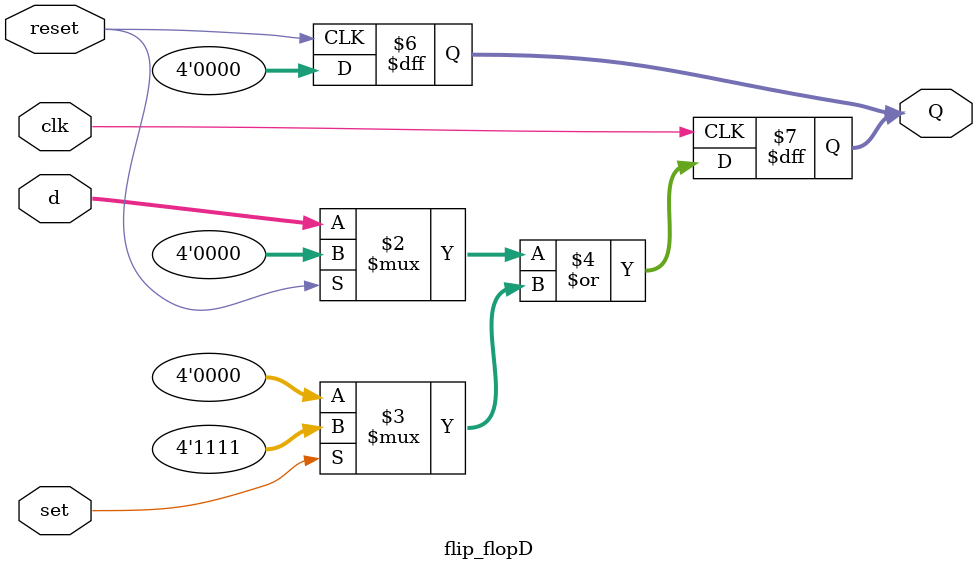
<source format=v>
module flip_flopD(input wire [3:0]d,input wire clk, input wire reset, set, output reg [3:0] Q);
    

    /* se le asigna a la salida los sigientes valores, durante el flanco de subida
        d si set y reset se encuentran ambos en 0
        1111 si set esta en 1 sin importar lo que se encuentre en 
    */
    always @ (posedge clk) Q <= ( reset ? 4'b0000 : d) | (set ? 4'b1111 : 4'b0000) ;  
    always @ (posedge reset) Q = 4'b0000;
endmodule 
</source>
